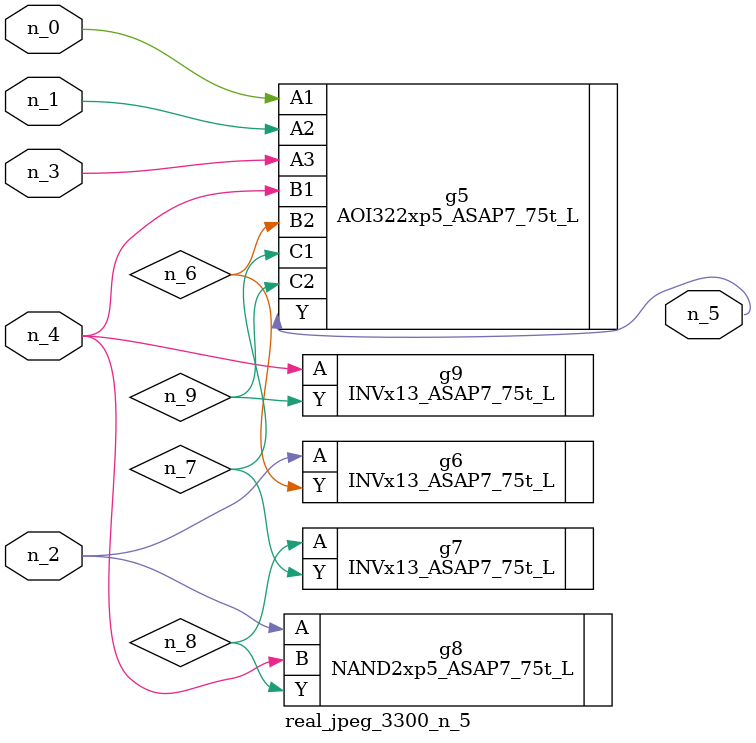
<source format=v>
module real_jpeg_3300_n_5 (n_4, n_0, n_1, n_2, n_3, n_5);

input n_4;
input n_0;
input n_1;
input n_2;
input n_3;

output n_5;

wire n_8;
wire n_6;
wire n_7;
wire n_9;

AOI322xp5_ASAP7_75t_L g5 ( 
.A1(n_0),
.A2(n_1),
.A3(n_3),
.B1(n_4),
.B2(n_6),
.C1(n_7),
.C2(n_9),
.Y(n_5)
);

INVx13_ASAP7_75t_L g6 ( 
.A(n_2),
.Y(n_6)
);

NAND2xp5_ASAP7_75t_L g8 ( 
.A(n_2),
.B(n_4),
.Y(n_8)
);

INVx13_ASAP7_75t_L g9 ( 
.A(n_4),
.Y(n_9)
);

INVx13_ASAP7_75t_L g7 ( 
.A(n_8),
.Y(n_7)
);


endmodule
</source>
